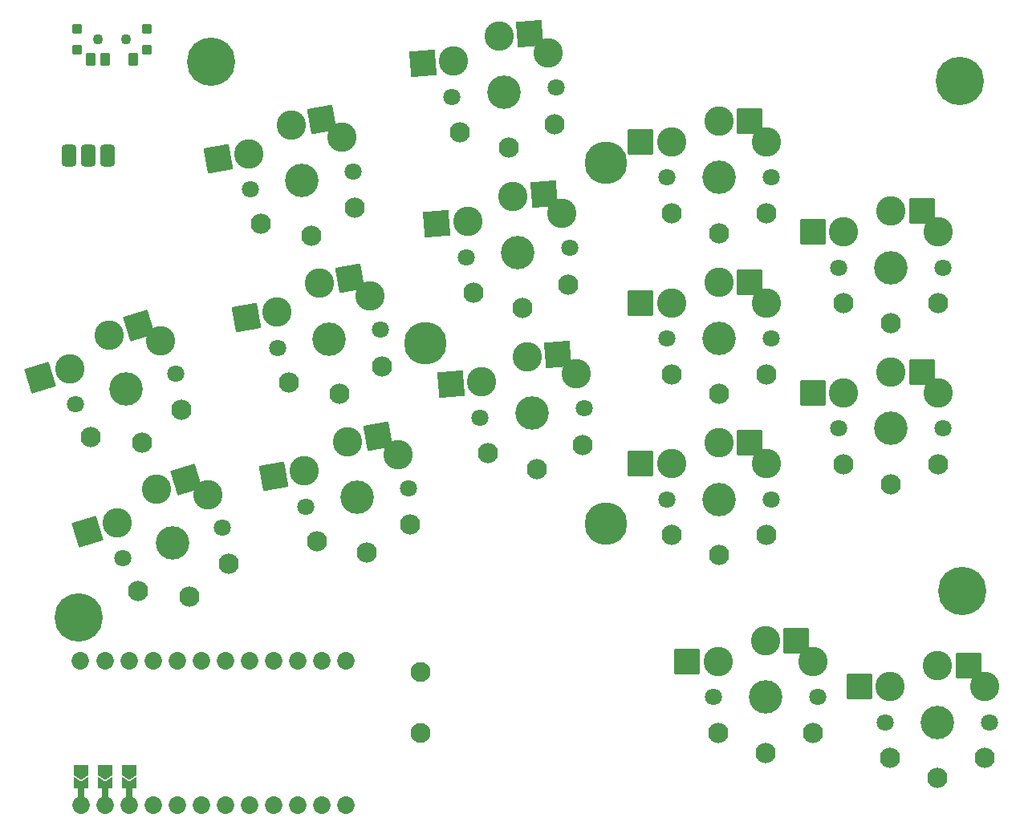
<source format=gts>
%TF.GenerationSoftware,KiCad,Pcbnew,(6.0.4)*%
%TF.CreationDate,2022-07-08T06:12:20+02:00*%
%TF.ProjectId,battoota,62617474-6f6f-4746-912e-6b696361645f,v1.0.0*%
%TF.SameCoordinates,Original*%
%TF.FileFunction,Soldermask,Top*%
%TF.FilePolarity,Negative*%
%FSLAX46Y46*%
G04 Gerber Fmt 4.6, Leading zero omitted, Abs format (unit mm)*
G04 Created by KiCad (PCBNEW (6.0.4)) date 2022-07-08 06:12:20*
%MOMM*%
%LPD*%
G01*
G04 APERTURE LIST*
G04 Aperture macros list*
%AMRoundRect*
0 Rectangle with rounded corners*
0 $1 Rounding radius*
0 $2 $3 $4 $5 $6 $7 $8 $9 X,Y pos of 4 corners*
0 Add a 4 corners polygon primitive as box body*
4,1,4,$2,$3,$4,$5,$6,$7,$8,$9,$2,$3,0*
0 Add four circle primitives for the rounded corners*
1,1,$1+$1,$2,$3*
1,1,$1+$1,$4,$5*
1,1,$1+$1,$6,$7*
1,1,$1+$1,$8,$9*
0 Add four rect primitives between the rounded corners*
20,1,$1+$1,$2,$3,$4,$5,0*
20,1,$1+$1,$4,$5,$6,$7,0*
20,1,$1+$1,$6,$7,$8,$9,0*
20,1,$1+$1,$8,$9,$2,$3,0*%
%AMFreePoly0*
4,1,16,0.535355,0.785355,0.550000,0.750000,0.550000,-0.750000,0.535355,-0.785355,0.500000,-0.800000,-0.500000,-0.800000,-0.535355,-0.785355,-0.541603,-0.777735,-1.041603,-0.027735,-1.049029,0.009806,-1.041603,0.027735,-0.541603,0.777735,-0.509806,0.799029,-0.500000,0.800000,0.500000,0.800000,0.535355,0.785355,0.535355,0.785355,$1*%
%AMFreePoly1*
4,1,16,0.685355,0.785355,0.700000,0.750000,0.691603,0.722265,0.210093,0.000000,0.691603,-0.722265,0.699029,-0.759806,0.677735,-0.791603,0.650000,-0.800000,-0.500000,-0.800000,-0.535355,-0.785355,-0.550000,-0.750000,-0.550000,0.750000,-0.535355,0.785355,-0.500000,0.800000,0.650000,0.800000,0.685355,0.785355,0.685355,0.785355,$1*%
G04 Aperture macros list end*
%ADD10C,5.100000*%
%ADD11C,2.100000*%
%ADD12C,1.801800*%
%ADD13C,3.100000*%
%ADD14C,3.529000*%
%ADD15RoundRect,0.050000X-1.054507X-1.505993X1.505993X-1.054507X1.054507X1.505993X-1.505993X1.054507X0*%
%ADD16C,2.132000*%
%ADD17RoundRect,0.050000X-1.181751X-1.408356X1.408356X-1.181751X1.181751X1.408356X-1.408356X1.181751X0*%
%ADD18RoundRect,0.050000X-1.300000X-1.300000X1.300000X-1.300000X1.300000X1.300000X-1.300000X1.300000X0*%
%ADD19RoundRect,0.050000X-0.450000X-0.450000X0.450000X-0.450000X0.450000X0.450000X-0.450000X0.450000X0*%
%ADD20RoundRect,0.050000X-0.450000X-0.625000X0.450000X-0.625000X0.450000X0.625000X-0.450000X0.625000X0*%
%ADD21C,1.100000*%
%ADD22RoundRect,0.425000X-0.375000X-0.750000X0.375000X-0.750000X0.375000X0.750000X-0.375000X0.750000X0*%
%ADD23RoundRect,0.050000X-0.863113X-1.623279X1.623279X-0.863113X0.863113X1.623279X-1.623279X0.863113X0*%
%ADD24C,1.852600*%
%ADD25FreePoly0,90.000000*%
%ADD26FreePoly1,90.000000*%
%ADD27RoundRect,0.050000X-0.250000X-0.762000X0.250000X-0.762000X0.250000X0.762000X-0.250000X0.762000X0*%
%ADD28C,4.500000*%
G04 APERTURE END LIST*
D10*
%TO.C,*%
X47860791Y58573254D03*
%TD*%
%TO.C,*%
X141078791Y61367254D03*
%TD*%
%TO.C,*%
X140824791Y115215254D03*
%TD*%
%TO.C,*%
X61830791Y117247254D03*
%TD*%
D11*
%TO.C,B1*%
X83928791Y52881254D03*
X83928791Y46381254D03*
%TD*%
D12*
%TO.C,S11*%
X65970667Y103790002D03*
D13*
X75659968Y109306336D03*
X70353903Y110604673D03*
D14*
X71387110Y104745067D03*
D12*
X76803553Y105700132D03*
D13*
X65811891Y107569854D03*
D15*
X73579148Y111173370D03*
D16*
X67122934Y100134557D03*
X76971012Y101871038D03*
D15*
X62586644Y107001157D03*
D16*
X72411634Y98934701D03*
%TD*%
D13*
%TO.C,S15*%
X88913836Y100414117D03*
X93703066Y103041525D03*
X98875783Y101285675D03*
D14*
X94221643Y97114167D03*
D12*
X99700714Y97593524D03*
X88742572Y96634810D03*
D16*
X89571861Y92892848D03*
D17*
X96965603Y103326959D03*
D16*
X99533808Y93764406D03*
X94735862Y91236618D03*
D17*
X85651297Y100128683D03*
%TD*%
D13*
%TO.C,S21*%
X120424791Y91827253D03*
D12*
X109924791Y88077254D03*
X120924791Y88077254D03*
D14*
X115424791Y88077254D03*
D13*
X115424791Y94027254D03*
X110424791Y91827253D03*
D18*
X118699790Y94027253D03*
D16*
X120424791Y84277254D03*
X110424791Y84277254D03*
D18*
X107149790Y91827254D03*
D16*
X115424791Y82177254D03*
%TD*%
D19*
%TO.C,T1*%
X55089406Y118508838D03*
X47689406Y120708838D03*
X55089406Y120708838D03*
X47689406Y118508838D03*
D20*
X53639406Y117533838D03*
X50639406Y117533838D03*
X49139406Y117533838D03*
%TD*%
D21*
%TO.C,T2*%
X49889406Y119608838D03*
X52889406Y119608838D03*
%TD*%
D13*
%TO.C,S29*%
X128599495Y99294490D03*
D14*
X133599495Y95544491D03*
D13*
X133599495Y101494491D03*
D12*
X128099495Y95544491D03*
X139099495Y95544491D03*
D13*
X138599495Y99294490D03*
D16*
X128599495Y91744491D03*
X138599495Y91744491D03*
D18*
X136874494Y101494490D03*
D16*
X133599495Y89644491D03*
D18*
X125324494Y99294491D03*
%TD*%
D12*
%TO.C,S33*%
X144011792Y47543254D03*
D13*
X133511792Y51293253D03*
X143511792Y51293253D03*
D12*
X133011792Y47543254D03*
D13*
X138511792Y53493254D03*
D14*
X138511792Y47543254D03*
D18*
X141786791Y53493253D03*
D16*
X143511792Y43743254D03*
X133511792Y43743254D03*
X138511792Y41643254D03*
D18*
X130236791Y51293254D03*
%TD*%
D13*
%TO.C,S7*%
X81564006Y75822872D03*
X76257941Y77121209D03*
D12*
X71874705Y70306538D03*
D13*
X71715929Y74086390D03*
D14*
X77291148Y71261603D03*
D12*
X82707591Y72216668D03*
D16*
X82875050Y68387574D03*
D15*
X79483186Y77689906D03*
D16*
X73026972Y66651093D03*
D15*
X68490682Y73517693D03*
D16*
X78315672Y65451237D03*
%TD*%
D22*
%TO.C,PAD1*%
X50908791Y107341254D03*
X48908791Y107341254D03*
X46908791Y107341254D03*
%TD*%
D13*
%TO.C,S5*%
X56527389Y87777963D03*
D14*
X52842259Y82729963D03*
D13*
X51102647Y88419976D03*
D12*
X47582583Y81121919D03*
D13*
X46964342Y84854246D03*
D12*
X58101935Y84338007D03*
D16*
X58734795Y80557863D03*
D23*
X54234545Y89377492D03*
D16*
X49171748Y77634146D03*
D23*
X43832442Y83896730D03*
D16*
X54567252Y77087765D03*
%TD*%
D13*
%TO.C,S27*%
X133599495Y84494491D03*
D12*
X128099495Y78544491D03*
D13*
X138599495Y82294490D03*
D12*
X139099495Y78544491D03*
D13*
X128599495Y82294490D03*
D14*
X133599495Y78544491D03*
D18*
X136874494Y84494490D03*
D16*
X138599495Y74744491D03*
X128599495Y74744491D03*
X133599495Y72644491D03*
D18*
X125324494Y82294491D03*
%TD*%
D16*
%TO.C,S9*%
X75363653Y82192969D03*
D15*
X65538663Y90259425D03*
D16*
X70074953Y83392825D03*
X79923031Y85129306D03*
D15*
X76531167Y94431638D03*
D13*
X68763910Y90828122D03*
D12*
X79755572Y88958400D03*
D13*
X73305922Y93862941D03*
D14*
X74339129Y88003335D03*
D12*
X68922686Y87048270D03*
D13*
X78611987Y92564604D03*
%TD*%
%TO.C,S13*%
X90395484Y83478807D03*
X100357431Y84350365D03*
D12*
X101182362Y80658214D03*
D13*
X95184714Y86106215D03*
D12*
X90224220Y79699500D03*
D14*
X95703291Y80178857D03*
D16*
X91053509Y75957538D03*
D17*
X98447251Y86391649D03*
D16*
X101015456Y76829096D03*
X96217510Y74301308D03*
D17*
X87132945Y83193373D03*
%TD*%
D13*
%TO.C,S17*%
X92221419Y119976835D03*
D12*
X98219067Y114528834D03*
D13*
X97394136Y118220985D03*
D12*
X87260925Y113570120D03*
D13*
X87432189Y117349427D03*
D14*
X92739996Y114049477D03*
D17*
X95483956Y120262269D03*
D16*
X98052161Y110699716D03*
X88090214Y109828158D03*
D17*
X84169650Y117063993D03*
D16*
X93254215Y108171928D03*
%TD*%
%TO.C,S31*%
X120321152Y44326273D03*
D18*
X112046151Y53976273D03*
X123596151Y56176272D03*
D16*
X115321152Y46426273D03*
X125321152Y46426273D03*
D13*
X120321152Y56176273D03*
D12*
X125821152Y50226273D03*
X114821152Y50226273D03*
D14*
X120321152Y50226273D03*
D13*
X115321152Y53976272D03*
X125321152Y53976272D03*
%TD*%
D24*
%TO.C,MCU1*%
X76054791Y38761254D03*
X73514791Y38761254D03*
X70974791Y38761254D03*
X68434791Y38761254D03*
X65894791Y38761254D03*
X63354791Y38761254D03*
X60814791Y38761254D03*
X58274791Y38761254D03*
X55734791Y38761254D03*
X76054791Y54001254D03*
X73514791Y54001254D03*
X70974791Y54001254D03*
X68434791Y54001254D03*
X65894791Y54001254D03*
X63354791Y54001254D03*
X60814791Y54001254D03*
X58274791Y54001254D03*
X55734791Y54001254D03*
D25*
X53194791Y42544777D03*
X50654791Y42544777D03*
X48114791Y42544777D03*
D24*
X50654791Y54001254D03*
X48114791Y38761254D03*
X48031045Y54001254D03*
D26*
X48114791Y41094777D03*
X53194791Y41094777D03*
D27*
X53194791Y40144777D03*
X50654791Y40144777D03*
D24*
X53194791Y54001254D03*
D27*
X48114791Y40144777D03*
D24*
X53194791Y38761254D03*
D26*
X50654791Y41094777D03*
D24*
X50654791Y38761254D03*
%TD*%
D23*
%TO.C,S3*%
X48802761Y67639549D03*
D16*
X59537571Y60830584D03*
X63705114Y64300682D03*
D23*
X59204864Y73120311D03*
D16*
X54142067Y61376965D03*
D14*
X57812578Y66472782D03*
D13*
X61497708Y71520782D03*
X51934661Y68597065D03*
X56072966Y72162795D03*
D12*
X63072254Y68080826D03*
X52552902Y64864738D03*
%TD*%
D28*
%TO.C,REF\u002A\u002A*%
X84436791Y87529254D03*
X103486791Y68479254D03*
X103486791Y106579254D03*
%TD*%
D12*
%TO.C,S23*%
X120924791Y105077254D03*
D13*
X110424791Y108827253D03*
X115424791Y111027254D03*
X120424791Y108827253D03*
D14*
X115424791Y105077254D03*
D12*
X109924791Y105077254D03*
D18*
X118699790Y111027253D03*
D16*
X120424791Y101277254D03*
X110424791Y101277254D03*
X115424791Y99177254D03*
D18*
X107149790Y108827254D03*
%TD*%
D13*
%TO.C,S19*%
X120424791Y74827253D03*
D12*
X120924791Y71077254D03*
X109924791Y71077254D03*
D14*
X115424791Y71077254D03*
D13*
X115424791Y77027254D03*
X110424791Y74827253D03*
D18*
X118699790Y77027253D03*
D16*
X110424791Y67277254D03*
X120424791Y67277254D03*
D18*
X107149790Y74827254D03*
D16*
X115424791Y65177254D03*
%TD*%
M02*

</source>
